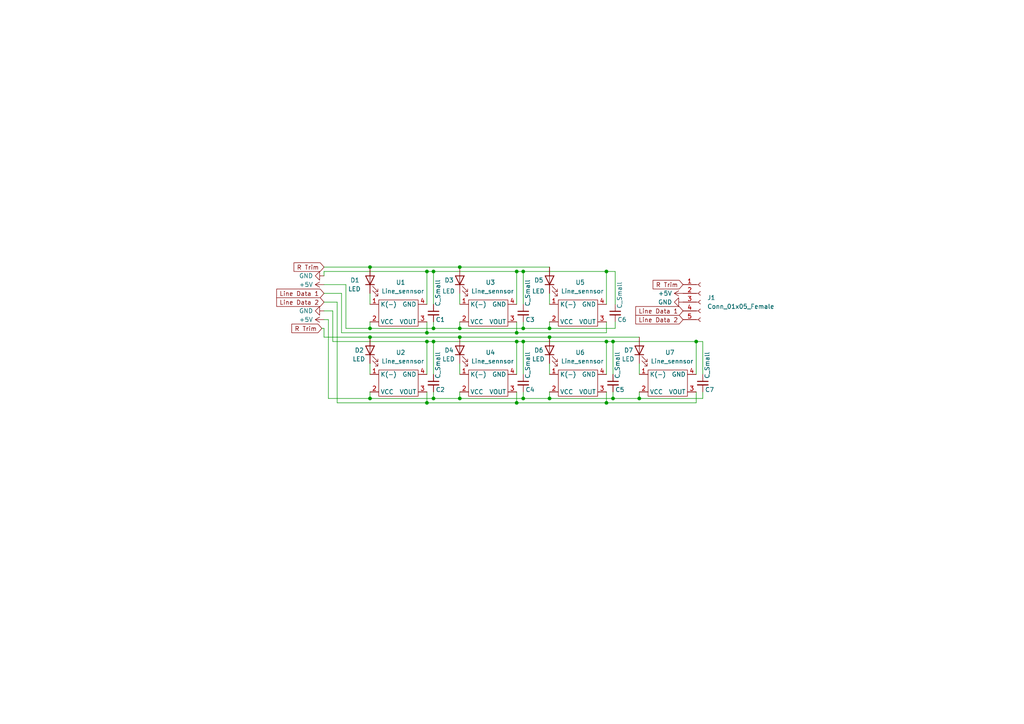
<source format=kicad_sch>
(kicad_sch (version 20211123) (generator eeschema)
  (paper "A4")
  (lib_symbols
    (symbol "Connector:Conn_01x05_Female" (pin_names (offset 1.016) hide)
      (property "Reference" "J" (at 0 7.62 0))
      (property "Value" "Conn_01x05_Female" (at 0 -7.62 0))
      (symbol "Conn_01x05_Female_1_1"
        (arc (start 0 -4.572) (mid -0.508 -5.08) (end 0 -5.588) (stroke (width 0.1524)))
        (arc (start 0 -2.032) (mid -0.508 -2.54) (end 0 -3.048) (stroke (width 0.1524)))
        (polyline (pts (xy -1.27 -5.08) (xy -0.508 -5.08)) (stroke (width 0.1524)))
        (polyline (pts (xy -1.27 -2.54) (xy -0.508 -2.54)) (stroke (width 0.1524)))
        (polyline (pts (xy -1.27 0) (xy -0.508 0)) (stroke (width 0.1524)))
        (polyline (pts (xy -1.27 2.54) (xy -0.508 2.54)) (stroke (width 0.1524)))
        (polyline (pts (xy -1.27 5.08) (xy -0.508 5.08)) (stroke (width 0.1524)))
        (arc (start 0 0.508) (mid -0.508 0) (end 0 -0.508) (stroke (width 0.1524)))
        (arc (start 0 3.048) (mid -0.508 2.54) (end 0 2.032) (stroke (width 0.1524)))
        (arc (start 0 5.588) (mid -0.508 5.08) (end 0 4.572) (stroke (width 0.1524)))
        (pin passive line (at -5.08 5.08 0) (length 3.81) (name "Pin_1") (number "1"))
        (pin passive line (at -5.08 2.54 0) (length 3.81) (name "Pin_2") (number "2"))
        (pin passive line (at -5.08 0 0) (length 3.81) (name "Pin_3") (number "3"))
        (pin passive line (at -5.08 -2.54 0) (length 3.81) (name "Pin_4") (number "4"))
        (pin passive line (at -5.08 -5.08 0) (length 3.81) (name "Pin_5") (number "5"))
      )
    )
    (symbol "Device:C_Small" (pin_numbers hide) (pin_names (offset 0.254) hide)
      (property "Reference" "C" (at 0.254 1.778 0))
      (property "Value" "C_Small" (at 0.254 -2.032 0))
      (symbol "C_Small_0_1"
        (polyline (pts (xy -1.524 -0.508) (xy 1.524 -0.508)) (stroke (width 0.3302)))
        (polyline (pts (xy -1.524 0.508) (xy 1.524 0.508)) (stroke (width 0.3048)))
      )
      (symbol "C_Small_1_1"
        (pin passive line (at 0 2.54 270) (length 2.032) (name "~") (number "1"))
        (pin passive line (at 0 -2.54 90) (length 2.032) (name "~") (number "2"))
      )
    )
    (symbol "Device:LED" (pin_numbers hide) (pin_names (offset 1.016) hide)
      (property "Reference" "D" (at 0 2.54 0))
      (property "Value" "LED" (at 0 -2.54 0))
      (symbol "LED_0_1"
        (polyline (pts (xy -1.27 -1.27) (xy -1.27 1.27)) (stroke (width 0.254)))
        (polyline (pts (xy -1.27 0) (xy 1.27 0)))
        (polyline (pts (xy 1.27 -1.27) (xy 1.27 1.27) (xy -1.27 0) (xy 1.27 -1.27)) (stroke (width 0.254)))
        (polyline (pts (xy -3.048 -0.762) (xy -4.572 -2.286) (xy -3.81 -2.286) (xy -4.572 -2.286) (xy -4.572 -1.524)))
        (polyline (pts (xy -1.778 -0.762) (xy -3.302 -2.286) (xy -2.54 -2.286) (xy -3.302 -2.286) (xy -3.302 -1.524)))
      )
      (symbol "LED_1_1"
        (pin passive line (at -3.81 0 0) (length 2.54) (name "K") (number "1"))
        (pin passive line (at 3.81 0 180) (length 2.54) (name "A") (number "2"))
      )
    )
    (symbol "Line_sennsor:Line_sennsor"
      (property "Reference" "U" (at 0 1.27 0))
      (property "Value" "Line_sennsor" (at 0 0 0))
      (symbol "Line_sennsor_0_1"
        (rectangle (start -6.35 -1.27) (end 5.08 -8.89))
      )
      (symbol "Line_sennsor_1_1"
        (pin bidirectional line (at -8.89 -2.54 0) (length 2.54) (name "K(-)") (number "1"))
        (pin bidirectional line (at -8.89 -7.62 0) (length 2.54) (name "VCC") (number "2"))
        (pin bidirectional line (at 7.62 -7.62 180) (length 2.54) (name "VOUT") (number "3"))
        (pin bidirectional line (at 7.62 -2.54 180) (length 2.54) (name "GND") (number "4"))
      )
    )
    (symbol "power:+5V" (power) (pin_names (offset 0))
      (property "Value" "+5V" (at 0 3.556 0))
      (symbol "+5V_0_1"
        (polyline (pts (xy -0.762 1.27) (xy 0 2.54)))
        (polyline (pts (xy 0 0) (xy 0 2.54)))
        (polyline (pts (xy 0 2.54) (xy 0.762 1.27)))
      )
      (symbol "+5V_1_1"
        (pin power_in line (at 0 0 90) (length 0) hide (name "+5V") (number "1"))
      )
    )
    (symbol "power:GND" (power) (pin_names (offset 0))
      (property "Value" "GND" (at 0 -3.81 0))
      (symbol "GND_0_1"
        (polyline (pts (xy 0 0) (xy 0 -1.27) (xy 1.27 -1.27) (xy 0 -2.54) (xy -1.27 -1.27) (xy 0 -1.27)))
      )
      (symbol "GND_1_1"
        (pin power_in line (at 0 0 270) (length 0) hide (name "GND") (number "1"))
      )
    )
  )
  (junction (at 177.8 99.06))
  (junction (at 151.765 99.06))
  (junction (at 133.35 77.47))
  (junction (at 123.825 99.06))
  (junction (at 185.42 115.57))
  (junction (at 125.73 99.06))
  (junction (at 133.35 97.79))
  (junction (at 175.895 78.74))
  (junction (at 133.35 95.25))
  (junction (at 151.765 115.57))
  (junction (at 151.765 95.25))
  (junction (at 107.315 115.57))
  (junction (at 133.35 115.57))
  (junction (at 175.895 116.84))
  (junction (at 125.73 115.57))
  (junction (at 159.385 95.25))
  (junction (at 149.86 78.74))
  (junction (at 177.8 115.57))
  (junction (at 201.93 99.06))
  (junction (at 159.385 97.79))
  (junction (at 125.73 95.25))
  (junction (at 125.73 78.74))
  (junction (at 107.315 77.47))
  (junction (at 151.765 78.74))
  (junction (at 149.86 116.84))
  (junction (at 149.86 99.06))
  (junction (at 123.825 116.84))
  (junction (at 149.86 96.52))
  (junction (at 123.825 78.74))
  (junction (at 175.895 99.06))
  (junction (at 107.315 95.25))
  (junction (at 107.315 97.79))
  (junction (at 159.385 115.57))
  (junction (at 123.825 96.52))
  (wire (pts (xy 99.06 85.09) (xy 99.06 96.52)))
  (wire (pts (xy 97.79 116.84) (xy 97.79 87.63)))
  (wire (pts (xy 175.895 99.06) (xy 177.8 99.06)))
  (wire (pts (xy 93.98 78.74) (xy 123.825 78.74)))
  (wire (pts (xy 159.385 95.25) (xy 178.435 95.25)))
  (wire (pts (xy 133.35 85.09) (xy 133.35 88.265)))
  (wire (pts (xy 159.385 113.665) (xy 159.385 115.57)))
  (wire (pts (xy 159.385 85.09) (xy 159.385 88.265)))
  (wire (pts (xy 123.825 78.74) (xy 123.825 88.265)))
  (wire (pts (xy 149.86 78.74) (xy 151.765 78.74)))
  (wire (pts (xy 175.895 113.665) (xy 175.895 116.84)))
  (wire (pts (xy 185.42 115.57) (xy 185.42 113.665)))
  (wire (pts (xy 95.25 115.57) (xy 107.315 115.57)))
  (wire (pts (xy 93.98 90.17) (xy 96.52 90.17)))
  (wire (pts (xy 125.73 113.665) (xy 125.73 115.57)))
  (wire (pts (xy 149.86 99.06) (xy 151.765 99.06)))
  (wire (pts (xy 185.42 115.57) (xy 203.835 115.57)))
  (wire (pts (xy 123.825 96.52) (xy 149.86 96.52)))
  (wire (pts (xy 175.895 93.345) (xy 175.895 96.52)))
  (wire (pts (xy 151.765 113.665) (xy 151.765 115.57)))
  (wire (pts (xy 123.825 78.74) (xy 125.73 78.74)))
  (wire (pts (xy 100.33 82.55) (xy 100.33 95.25)))
  (wire (pts (xy 123.825 99.06) (xy 96.52 99.06)))
  (wire (pts (xy 175.895 99.06) (xy 175.895 108.585)))
  (wire (pts (xy 93.98 85.09) (xy 99.06 85.09)))
  (wire (pts (xy 175.895 116.84) (xy 201.93 116.84)))
  (wire (pts (xy 149.86 113.665) (xy 149.86 116.84)))
  (wire (pts (xy 93.98 92.71) (xy 95.25 92.71)))
  (wire (pts (xy 99.06 96.52) (xy 123.825 96.52)))
  (wire (pts (xy 203.835 99.06) (xy 201.93 99.06)))
  (wire (pts (xy 151.765 78.74) (xy 151.765 88.265)))
  (wire (pts (xy 201.93 108.585) (xy 201.93 99.06)))
  (wire (pts (xy 203.835 108.585) (xy 203.835 99.06)))
  (wire (pts (xy 151.765 99.06) (xy 151.765 108.585)))
  (wire (pts (xy 177.8 115.57) (xy 185.42 115.57)))
  (wire (pts (xy 133.35 105.41) (xy 133.35 108.585)))
  (wire (pts (xy 203.835 115.57) (xy 203.835 113.665)))
  (wire (pts (xy 125.73 78.74) (xy 125.73 88.265)))
  (wire (pts (xy 125.73 95.25) (xy 133.35 95.25)))
  (wire (pts (xy 151.765 115.57) (xy 159.385 115.57)))
  (wire (pts (xy 175.895 78.74) (xy 178.435 78.74)))
  (wire (pts (xy 151.765 95.25) (xy 159.385 95.25)))
  (wire (pts (xy 100.33 95.25) (xy 107.315 95.25)))
  (wire (pts (xy 107.315 95.25) (xy 125.73 95.25)))
  (wire (pts (xy 175.895 78.74) (xy 175.895 88.265)))
  (wire (pts (xy 107.315 85.09) (xy 107.315 88.265)))
  (wire (pts (xy 151.765 99.06) (xy 175.895 99.06)))
  (wire (pts (xy 151.765 78.74) (xy 175.895 78.74)))
  (wire (pts (xy 107.315 97.79) (xy 93.98 97.79)))
  (wire (pts (xy 125.73 99.06) (xy 149.86 99.06)))
  (wire (pts (xy 133.35 115.57) (xy 151.765 115.57)))
  (wire (pts (xy 95.25 92.71) (xy 95.25 115.57)))
  (wire (pts (xy 123.825 113.665) (xy 123.825 116.84)))
  (wire (pts (xy 149.86 116.84) (xy 175.895 116.84)))
  (wire (pts (xy 96.52 90.17) (xy 96.52 99.06)))
  (wire (pts (xy 201.93 116.84) (xy 201.93 113.665)))
  (wire (pts (xy 133.35 113.665) (xy 133.35 115.57)))
  (wire (pts (xy 93.98 77.47) (xy 107.315 77.47)))
  (wire (pts (xy 123.825 93.345) (xy 123.825 96.52)))
  (wire (pts (xy 123.825 99.06) (xy 125.73 99.06)))
  (wire (pts (xy 177.8 108.585) (xy 177.8 99.06)))
  (wire (pts (xy 123.825 116.84) (xy 97.79 116.84)))
  (wire (pts (xy 133.35 93.345) (xy 133.35 95.25)))
  (wire (pts (xy 159.385 97.79) (xy 185.42 97.79)))
  (wire (pts (xy 125.73 78.74) (xy 149.86 78.74)))
  (wire (pts (xy 149.86 99.06) (xy 149.86 108.585)))
  (wire (pts (xy 107.315 115.57) (xy 125.73 115.57)))
  (wire (pts (xy 93.98 82.55) (xy 100.33 82.55)))
  (wire (pts (xy 133.35 95.25) (xy 151.765 95.25)))
  (wire (pts (xy 93.98 95.25) (xy 93.98 97.79)))
  (wire (pts (xy 123.825 99.06) (xy 123.825 108.585)))
  (wire (pts (xy 123.825 116.84) (xy 149.86 116.84)))
  (wire (pts (xy 151.765 93.345) (xy 151.765 95.25)))
  (wire (pts (xy 159.385 105.41) (xy 159.385 108.585)))
  (wire (pts (xy 125.73 115.57) (xy 133.35 115.57)))
  (wire (pts (xy 93.98 80.01) (xy 93.98 78.74)))
  (wire (pts (xy 97.79 87.63) (xy 93.98 87.63)))
  (wire (pts (xy 125.73 99.06) (xy 125.73 108.585)))
  (wire (pts (xy 133.35 77.47) (xy 159.385 77.47)))
  (wire (pts (xy 133.35 97.79) (xy 159.385 97.79)))
  (wire (pts (xy 149.86 78.74) (xy 149.86 88.265)))
  (wire (pts (xy 159.385 93.345) (xy 159.385 95.25)))
  (wire (pts (xy 107.315 97.79) (xy 133.35 97.79)))
  (wire (pts (xy 185.42 105.41) (xy 185.42 108.585)))
  (wire (pts (xy 107.315 93.345) (xy 107.315 95.25)))
  (wire (pts (xy 177.8 113.665) (xy 177.8 115.57)))
  (wire (pts (xy 149.86 96.52) (xy 175.895 96.52)))
  (wire (pts (xy 149.86 93.345) (xy 149.86 96.52)))
  (wire (pts (xy 178.435 78.74) (xy 178.435 88.265)))
  (wire (pts (xy 93.345 95.25) (xy 93.98 95.25)))
  (wire (pts (xy 125.73 93.345) (xy 125.73 95.25)))
  (wire (pts (xy 178.435 93.345) (xy 178.435 95.25)))
  (wire (pts (xy 107.315 77.47) (xy 133.35 77.47)))
  (wire (pts (xy 107.315 105.41) (xy 107.315 108.585)))
  (wire (pts (xy 107.315 113.665) (xy 107.315 115.57)))
  (wire (pts (xy 177.8 99.06) (xy 201.93 99.06)))
  (wire (pts (xy 159.385 115.57) (xy 177.8 115.57)))
  (global_label "R Trim" (shape input) (at 198.12 82.55 180) (property "Intersheet References" "${INTERSHEET_REFS}" (effects hide)))
  (global_label "Line Data 2" (shape input) (at 93.98 87.63 180) (property "Intersheet References" "${INTERSHEET_REFS}" (effects hide)))
  (global_label "Line Data 1" (shape input) (at 93.98 85.09 180) (property "Intersheet References" "${INTERSHEET_REFS}" (effects hide)))
  (global_label "R Trim" (shape input) (at 93.345 95.25 180) (property "Intersheet References" "${INTERSHEET_REFS}" (effects hide)))
  (global_label "Line Data 2" (shape input) (at 198.12 92.71 180) (property "Intersheet References" "${INTERSHEET_REFS}" (effects hide)))
  (global_label "R Trim" (shape input) (at 93.98 77.47 180) (property "Intersheet References" "${INTERSHEET_REFS}" (effects hide)))
  (global_label "Line Data 1" (shape input) (at 198.12 90.17 180) (property "Intersheet References" "${INTERSHEET_REFS}" (effects hide)))
  (symbol (lib_id "Device:C_Small") (at 125.73 111.125 0) (unit 1)
    (property "Reference" "C2" (at 126.365 113.03 0) (effects (justify left)))
    (property "Value" "C_Small" (at 127 109.855 90) (effects (justify left)))
    (property "Footprint" "Capacitor_SMD:C_0402_1005Metric" (effects hide))
  )
  (symbol (lib_id "Device:C_Small") (at 177.8 111.125 0) (unit 1)
    (property "Reference" "C5" (at 178.435 113.03 0) (effects (justify left)))
    (property "Value" "C_Small" (at 179.07 109.855 90) (effects (justify left)))
    (property "Footprint" "Capacitor_SMD:C_0402_1005Metric" (effects hide))
  )
  (symbol (lib_id "Device:LED") (at 107.315 101.6 90) (unit 1)
    (property "Reference" "D2" (at 102.87 101.6 90) (effects (justify right)))
    (property "Value" "LED" (at 102.235 104.14 90) (effects (justify right)))
    (property "Footprint" "LED_THT:LED_D3.0mm_Clear" (effects hide))
  )
  (symbol (lib_id "power:GND") (at 198.12 87.63 270) (unit 1)
    (property "Reference" "#PWR06" (effects hide))
    (property "Value" "GND" (at 194.945 87.6299 90) (effects (justify right)))
  )
  (symbol (lib_id "Device:LED") (at 107.315 81.28 90) (unit 1)
    (property "Reference" "D1" (at 101.6 81.28 90) (effects (justify right)))
    (property "Value" "LED" (at 100.965 83.82 90) (effects (justify right)))
    (property "Footprint" "LED_THT:LED_D3.0mm_Clear" (effects hide))
  )
  (symbol (lib_id "Device:C_Small") (at 203.835 111.125 0) (unit 1)
    (property "Reference" "C7" (at 204.47 113.03 0) (effects (justify left)))
    (property "Value" "C_Small" (at 205.105 109.855 90) (effects (justify left)))
    (property "Footprint" "Capacitor_SMD:C_0402_1005Metric" (effects hide))
  )
  (symbol (lib_id "Line_sennsor:Line_sennsor") (at 142.24 85.725 0) (unit 1)
    (property "Reference" "U3" (at 142.24 81.915 0))
    (property "Value" "Line_sennsor" (at 142.875 84.455 0))
    (property "Footprint" "Line_sennsor:Line_sennsor" (effects hide))
  )
  (symbol (lib_id "Device:C_Small") (at 125.73 90.805 0) (unit 1)
    (property "Reference" "C1" (at 126.365 92.71 0) (effects (justify left)))
    (property "Value" "C_Small" (at 127 88.9 90) (effects (justify left)))
    (property "Footprint" "Capacitor_SMD:C_0402_1005Metric" (effects hide))
  )
  (symbol (lib_id "Line_sennsor:Line_sennsor") (at 168.275 85.725 0) (unit 1)
    (property "Reference" "U5" (at 168.275 81.915 0))
    (property "Value" "Line_sennsor" (at 168.91 84.455 0))
    (property "Footprint" "Line_sennsor:Line_sennsor" (effects hide))
  )
  (symbol (lib_id "Device:LED") (at 133.35 101.6 90) (unit 1)
    (property "Reference" "D4" (at 128.905 101.6 90) (effects (justify right)))
    (property "Value" "LED" (at 128.27 104.14 90) (effects (justify right)))
    (property "Footprint" "LED_THT:LED_D3.0mm_Clear" (effects hide))
  )
  (symbol (lib_id "Line_sennsor:Line_sennsor") (at 194.31 106.045 0) (unit 1)
    (property "Reference" "U7" (at 194.31 102.235 0))
    (property "Value" "Line_sennsor" (at 194.945 104.775 0))
    (property "Footprint" "Line_sennsor:Line_sennsor" (effects hide))
  )
  (symbol (lib_id "Device:LED") (at 185.42 101.6 90) (unit 1)
    (property "Reference" "D7" (at 180.975 101.6 90) (effects (justify right)))
    (property "Value" "LED" (at 180.34 104.14 90) (effects (justify right)))
    (property "Footprint" "LED_THT:LED_D3.0mm_Clear" (effects hide))
  )
  (symbol (lib_id "power:+5V") (at 198.12 85.09 90) (unit 1)
    (property "Reference" "#PWR05" (effects hide))
    (property "Value" "+5V" (at 194.945 85.0899 90) (effects (justify left)))
  )
  (symbol (lib_id "Device:LED") (at 159.385 101.6 90) (unit 1)
    (property "Reference" "D6" (at 154.94 101.6 90) (effects (justify right)))
    (property "Value" "LED" (at 154.305 104.14 90) (effects (justify right)))
    (property "Footprint" "LED_THT:LED_D3.0mm_Clear" (effects hide))
  )
  (symbol (lib_id "Device:LED") (at 133.35 81.28 90) (unit 1)
    (property "Reference" "D3" (at 128.905 81.28 90) (effects (justify right)))
    (property "Value" "LED" (at 128.27 84.455 90) (effects (justify right)))
    (property "Footprint" "LED_THT:LED_D3.0mm_Clear" (effects hide))
  )
  (symbol (lib_id "Line_sennsor:Line_sennsor") (at 142.24 106.045 0) (unit 1)
    (property "Reference" "U4" (at 142.24 102.235 0))
    (property "Value" "Line_sennsor" (at 142.875 104.775 0))
    (property "Footprint" "Line_sennsor:Line_sennsor" (effects hide))
  )
  (symbol (lib_id "Connector:Conn_01x05_Female") (at 203.2 87.63 0) (unit 1)
    (property "Reference" "J1" (at 205.105 86.3599 0) (effects (justify left)))
    (property "Value" "Conn_01x05_Female" (at 205.105 88.8999 0) (effects (justify left)))
    (property "Footprint" "Connector_PinHeader_2.54mm:PinHeader_1x05_P2.54mm_Horizontal" (effects hide))
  )
  (symbol (lib_id "Device:C_Small") (at 178.435 90.805 0) (unit 1)
    (property "Reference" "C6" (at 179.07 92.71 0) (effects (justify left)))
    (property "Value" "C_Small" (at 179.705 89.535 90) (effects (justify left)))
    (property "Footprint" "Capacitor_SMD:C_0402_1005Metric" (effects hide))
  )
  (symbol (lib_id "power:+5V") (at 93.98 82.55 90) (unit 1)
    (property "Reference" "#PWR02" (effects hide))
    (property "Value" "+5V" (at 90.805 82.5499 90) (effects (justify left)))
  )
  (symbol (lib_id "Device:C_Small") (at 151.765 90.805 0) (unit 1)
    (property "Reference" "C3" (at 152.4 92.71 0) (effects (justify left)))
    (property "Value" "C_Small" (at 153.035 88.9 90) (effects (justify left)))
    (property "Footprint" "Capacitor_SMD:C_0402_1005Metric" (effects hide))
  )
  (symbol (lib_id "power:+5V") (at 93.98 92.71 90) (unit 1)
    (property "Reference" "#PWR04" (effects hide))
    (property "Value" "+5V" (at 90.805 92.7099 90) (effects (justify left)))
  )
  (symbol (lib_id "Line_sennsor:Line_sennsor") (at 168.275 106.045 0) (unit 1)
    (property "Reference" "U6" (at 168.275 102.235 0))
    (property "Value" "Line_sennsor" (at 168.91 104.775 0))
    (property "Footprint" "Line_sennsor:Line_sennsor" (effects hide))
  )
  (symbol (lib_id "Line_sennsor:Line_sennsor") (at 116.205 85.725 0) (unit 1)
    (property "Reference" "U1" (at 116.205 81.915 0))
    (property "Value" "Line_sennsor" (at 116.84 84.455 0))
    (property "Footprint" "Line_sennsor:Line_sennsor" (effects hide))
  )
  (symbol (lib_id "Device:LED") (at 159.385 81.28 90) (unit 1)
    (property "Reference" "D5" (at 154.94 81.28 90) (effects (justify right)))
    (property "Value" "LED" (at 154.305 84.455 90) (effects (justify right)))
    (property "Footprint" "LED_THT:LED_D3.0mm_Clear" (effects hide))
  )
  (symbol (lib_id "power:GND") (at 93.98 80.01 270) (unit 1)
    (property "Reference" "#PWR01" (effects hide))
    (property "Value" "GND" (at 90.805 80.0099 90) (effects (justify right)))
  )
  (symbol (lib_id "Device:C_Small") (at 151.765 111.125 0) (unit 1)
    (property "Reference" "C4" (at 152.4 113.03 0) (effects (justify left)))
    (property "Value" "C_Small" (at 153.035 109.855 90) (effects (justify left)))
    (property "Footprint" "Capacitor_SMD:C_0402_1005Metric" (effects hide))
  )
  (symbol (lib_id "Line_sennsor:Line_sennsor") (at 116.205 106.045 0) (unit 1)
    (property "Reference" "U2" (at 116.205 102.235 0))
    (property "Value" "Line_sennsor" (at 116.84 104.775 0))
    (property "Footprint" "Line_sennsor:Line_sennsor" (effects hide))
  )
  (symbol (lib_id "power:GND") (at 93.98 90.17 270) (unit 1)
    (property "Reference" "#PWR03" (effects hide))
    (property "Value" "GND" (at 90.805 90.1699 90) (effects (justify right)))
  )
)
</source>
